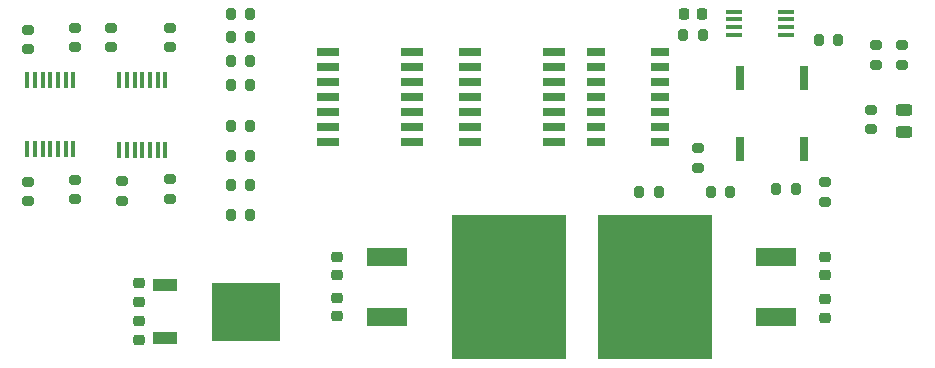
<source format=gtp>
G04 #@! TF.GenerationSoftware,KiCad,Pcbnew,9.0.0*
G04 #@! TF.CreationDate,2025-04-17T12:04:21-07:00*
G04 #@! TF.ProjectId,BSPD,42535044-2e6b-4696-9361-645f70636258,rev?*
G04 #@! TF.SameCoordinates,Original*
G04 #@! TF.FileFunction,Paste,Top*
G04 #@! TF.FilePolarity,Positive*
%FSLAX46Y46*%
G04 Gerber Fmt 4.6, Leading zero omitted, Abs format (unit mm)*
G04 Created by KiCad (PCBNEW 9.0.0) date 2025-04-17 12:04:21*
%MOMM*%
%LPD*%
G01*
G04 APERTURE LIST*
G04 Aperture macros list*
%AMRoundRect*
0 Rectangle with rounded corners*
0 $1 Rounding radius*
0 $2 $3 $4 $5 $6 $7 $8 $9 X,Y pos of 4 corners*
0 Add a 4 corners polygon primitive as box body*
4,1,4,$2,$3,$4,$5,$6,$7,$8,$9,$2,$3,0*
0 Add four circle primitives for the rounded corners*
1,1,$1+$1,$2,$3*
1,1,$1+$1,$4,$5*
1,1,$1+$1,$6,$7*
1,1,$1+$1,$8,$9*
0 Add four rect primitives between the rounded corners*
20,1,$1+$1,$2,$3,$4,$5,0*
20,1,$1+$1,$4,$5,$6,$7,0*
20,1,$1+$1,$6,$7,$8,$9,0*
20,1,$1+$1,$8,$9,$2,$3,0*%
G04 Aperture macros list end*
%ADD10RoundRect,0.200000X-0.200000X-0.275000X0.200000X-0.275000X0.200000X0.275000X-0.200000X0.275000X0*%
%ADD11RoundRect,0.200000X-0.275000X0.200000X-0.275000X-0.200000X0.275000X-0.200000X0.275000X0.200000X0*%
%ADD12R,0.450000X1.475000*%
%ADD13RoundRect,0.200000X0.200000X0.275000X-0.200000X0.275000X-0.200000X-0.275000X0.200000X-0.275000X0*%
%ADD14RoundRect,0.225000X-0.225000X-0.250000X0.225000X-0.250000X0.225000X0.250000X-0.225000X0.250000X0*%
%ADD15R,1.825000X0.700000*%
%ADD16RoundRect,0.225000X0.250000X-0.225000X0.250000X0.225000X-0.250000X0.225000X-0.250000X-0.225000X0*%
%ADD17RoundRect,0.225000X-0.250000X0.225000X-0.250000X-0.225000X0.250000X-0.225000X0.250000X0.225000X0*%
%ADD18R,3.500000X1.600000*%
%ADD19R,9.750000X12.200000*%
%ADD20RoundRect,0.200000X0.275000X-0.200000X0.275000X0.200000X-0.275000X0.200000X-0.275000X-0.200000X0*%
%ADD21RoundRect,0.243750X0.456250X-0.243750X0.456250X0.243750X-0.456250X0.243750X-0.456250X-0.243750X0*%
%ADD22R,0.700000X2.000000*%
%ADD23R,1.475000X0.450000*%
%ADD24R,2.100000X1.000000*%
%ADD25R,5.850000X4.900000*%
%ADD26R,1.525000X0.650000*%
G04 APERTURE END LIST*
D10*
X80175000Y-107000000D03*
X81825000Y-107000000D03*
X80175000Y-115500000D03*
X81825000Y-115500000D03*
D11*
X71000000Y-115175000D03*
X71000000Y-116825000D03*
D12*
X62961500Y-112433250D03*
X63611500Y-112433250D03*
X64261500Y-112433250D03*
X64911500Y-112433250D03*
X65561500Y-112433250D03*
X66211500Y-112433250D03*
X66861500Y-112433250D03*
X66861500Y-106557250D03*
X66211500Y-106557250D03*
X65561500Y-106557250D03*
X64911500Y-106557250D03*
X64261500Y-106557250D03*
X63611500Y-106557250D03*
X62961500Y-106557250D03*
D13*
X116400000Y-116050000D03*
X114750000Y-116050000D03*
D11*
X137000000Y-103675000D03*
X137000000Y-105325000D03*
X63000000Y-115220250D03*
X63000000Y-116870250D03*
D10*
X80175000Y-113000000D03*
X81825000Y-113000000D03*
D11*
X119700000Y-112375000D03*
X119700000Y-114025000D03*
D10*
X129975000Y-103200000D03*
X131625000Y-103200000D03*
X80175000Y-103000000D03*
X81825000Y-103000000D03*
D13*
X122475000Y-116075000D03*
X120825000Y-116075000D03*
D14*
X118525000Y-101000000D03*
X120075000Y-101000000D03*
D15*
X88438000Y-104190000D03*
X88438000Y-105460000D03*
X88438000Y-106730000D03*
X88438000Y-108000000D03*
X88438000Y-109270000D03*
X88438000Y-110540000D03*
X88438000Y-111810000D03*
X95562000Y-111810000D03*
X95562000Y-110540000D03*
X95562000Y-109270000D03*
X95562000Y-108000000D03*
X95562000Y-106730000D03*
X95562000Y-105460000D03*
X95562000Y-104190000D03*
D11*
X134400000Y-109125000D03*
X134400000Y-110775000D03*
D13*
X120125000Y-102800000D03*
X118475000Y-102800000D03*
D16*
X89157000Y-126615000D03*
X89157000Y-125065000D03*
D17*
X89157000Y-121565000D03*
X89157000Y-123115000D03*
D10*
X80175000Y-118000000D03*
X81825000Y-118000000D03*
D16*
X72400000Y-128575000D03*
X72400000Y-127025000D03*
D18*
X93425000Y-121560000D03*
D19*
X103700000Y-124100000D03*
D18*
X93425000Y-126640000D03*
D11*
X67000000Y-115045250D03*
X67000000Y-116695250D03*
D17*
X72400000Y-123825000D03*
X72400000Y-125375000D03*
D10*
X80175000Y-105000000D03*
X81825000Y-105000000D03*
D20*
X70000000Y-103825000D03*
X70000000Y-102175000D03*
D11*
X134800000Y-103675000D03*
X134800000Y-105325000D03*
D10*
X80175000Y-101000000D03*
X81825000Y-101000000D03*
D21*
X137200000Y-111037500D03*
X137200000Y-109162500D03*
D17*
X130457000Y-121565000D03*
X130457000Y-123115000D03*
D16*
X130457000Y-126715000D03*
X130457000Y-125165000D03*
D12*
X70735500Y-112495250D03*
X71385500Y-112495250D03*
X72035500Y-112495250D03*
X72685500Y-112495250D03*
X73335500Y-112495250D03*
X73985500Y-112495250D03*
X74635500Y-112495250D03*
X74635500Y-106619250D03*
X73985500Y-106619250D03*
X73335500Y-106619250D03*
X72685500Y-106619250D03*
X72035500Y-106619250D03*
X71385500Y-106619250D03*
X70735500Y-106619250D03*
D20*
X67000000Y-103825000D03*
X67000000Y-102175000D03*
X130450000Y-116925000D03*
X130450000Y-115275000D03*
X63000000Y-104000000D03*
X63000000Y-102350000D03*
D22*
X123300000Y-112400000D03*
X128700000Y-112400000D03*
X128700000Y-106400000D03*
X123300000Y-106400000D03*
D18*
X126332000Y-126680000D03*
D19*
X116057000Y-124140000D03*
D18*
X126332000Y-121600000D03*
D11*
X75000000Y-115000000D03*
X75000000Y-116650000D03*
D10*
X80175000Y-110500000D03*
X81825000Y-110500000D03*
D15*
X100438000Y-104190000D03*
X100438000Y-105460000D03*
X100438000Y-106730000D03*
X100438000Y-108000000D03*
X100438000Y-109270000D03*
X100438000Y-110540000D03*
X100438000Y-111810000D03*
X107562000Y-111810000D03*
X107562000Y-110540000D03*
X107562000Y-109270000D03*
X107562000Y-108000000D03*
X107562000Y-106730000D03*
X107562000Y-105460000D03*
X107562000Y-104190000D03*
D13*
X128025000Y-115825000D03*
X126375000Y-115825000D03*
D23*
X122788000Y-100825000D03*
X122788000Y-101475000D03*
X122788000Y-102125000D03*
X122788000Y-102775000D03*
X127212000Y-102775000D03*
X127212000Y-102125000D03*
X127212000Y-101475000D03*
X127212000Y-100825000D03*
D20*
X75000000Y-103825000D03*
X75000000Y-102175000D03*
D24*
X74650000Y-123920000D03*
X74650000Y-128480000D03*
D25*
X81450000Y-126200000D03*
D26*
X111100000Y-104200000D03*
X111100000Y-105470000D03*
X111100000Y-106740000D03*
X111100000Y-108010000D03*
X111100000Y-109280000D03*
X111100000Y-110550000D03*
X111100000Y-111820000D03*
X116524000Y-111820000D03*
X116524000Y-110550000D03*
X116524000Y-109280000D03*
X116524000Y-108010000D03*
X116524000Y-106740000D03*
X116524000Y-105470000D03*
X116524000Y-104200000D03*
M02*

</source>
